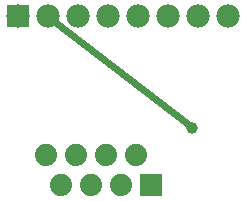
<source format=gtl>
G04 MADE WITH FRITZING*
G04 WWW.FRITZING.ORG*
G04 DOUBLE SIDED*
G04 HOLES PLATED*
G04 CONTOUR ON CENTER OF CONTOUR VECTOR*
%ASAXBY*%
%FSLAX23Y23*%
%MOIN*%
%OFA0B0*%
%SFA1.0B1.0*%
%ADD10C,0.074000*%
%ADD11C,0.078000*%
%ADD12C,0.039370*%
%ADD13R,0.078000X0.078000*%
%ADD14C,0.024000*%
%ADD15R,0.001000X0.001000*%
%LNCOPPER1*%
G90*
G70*
G54D10*
X323Y482D03*
X373Y382D03*
X423Y482D03*
X523Y482D03*
X623Y482D03*
X473Y382D03*
X573Y382D03*
X673Y382D03*
X323Y482D03*
X373Y382D03*
X423Y482D03*
X523Y482D03*
X623Y482D03*
X473Y382D03*
X573Y382D03*
X673Y382D03*
G54D11*
X227Y946D03*
X327Y946D03*
X427Y946D03*
X527Y946D03*
X627Y946D03*
X727Y946D03*
X827Y946D03*
X927Y946D03*
X227Y946D03*
X327Y946D03*
X427Y946D03*
X527Y946D03*
X627Y946D03*
X727Y946D03*
X827Y946D03*
X927Y946D03*
G54D12*
X810Y572D03*
G54D13*
X227Y946D03*
X227Y946D03*
G54D14*
X351Y927D02*
X795Y584D01*
G54D15*
X635Y420D02*
X708Y420D01*
X635Y419D02*
X708Y419D01*
X635Y418D02*
X708Y418D01*
X635Y417D02*
X708Y417D01*
X635Y416D02*
X708Y416D01*
X635Y415D02*
X708Y415D01*
X635Y414D02*
X708Y414D01*
X635Y413D02*
X708Y413D01*
X635Y412D02*
X708Y412D01*
X635Y411D02*
X708Y411D01*
X635Y410D02*
X708Y410D01*
X635Y409D02*
X708Y409D01*
X635Y408D02*
X708Y408D01*
X635Y407D02*
X708Y407D01*
X635Y406D02*
X708Y406D01*
X635Y405D02*
X708Y405D01*
X635Y404D02*
X708Y404D01*
X635Y403D02*
X671Y403D01*
X673Y403D02*
X708Y403D01*
X635Y402D02*
X665Y402D01*
X678Y402D02*
X708Y402D01*
X635Y401D02*
X663Y401D01*
X681Y401D02*
X708Y401D01*
X635Y400D02*
X661Y400D01*
X683Y400D02*
X708Y400D01*
X635Y399D02*
X660Y399D01*
X684Y399D02*
X708Y399D01*
X635Y398D02*
X658Y398D01*
X685Y398D02*
X708Y398D01*
X635Y397D02*
X657Y397D01*
X686Y397D02*
X708Y397D01*
X635Y396D02*
X656Y396D01*
X687Y396D02*
X708Y396D01*
X635Y395D02*
X656Y395D01*
X688Y395D02*
X708Y395D01*
X635Y394D02*
X655Y394D01*
X689Y394D02*
X708Y394D01*
X635Y393D02*
X654Y393D01*
X689Y393D02*
X708Y393D01*
X635Y392D02*
X654Y392D01*
X690Y392D02*
X708Y392D01*
X635Y391D02*
X653Y391D01*
X690Y391D02*
X708Y391D01*
X635Y390D02*
X653Y390D01*
X691Y390D02*
X708Y390D01*
X635Y389D02*
X653Y389D01*
X691Y389D02*
X708Y389D01*
X635Y388D02*
X652Y388D01*
X691Y388D02*
X708Y388D01*
X635Y387D02*
X652Y387D01*
X692Y387D02*
X708Y387D01*
X635Y386D02*
X652Y386D01*
X692Y386D02*
X708Y386D01*
X635Y385D02*
X652Y385D01*
X692Y385D02*
X708Y385D01*
X635Y384D02*
X652Y384D01*
X692Y384D02*
X708Y384D01*
X635Y383D02*
X652Y383D01*
X692Y383D02*
X708Y383D01*
X635Y382D02*
X652Y382D01*
X692Y382D02*
X708Y382D01*
X635Y381D02*
X652Y381D01*
X692Y381D02*
X708Y381D01*
X635Y380D02*
X652Y380D01*
X692Y380D02*
X708Y380D01*
X635Y379D02*
X652Y379D01*
X691Y379D02*
X708Y379D01*
X635Y378D02*
X652Y378D01*
X691Y378D02*
X708Y378D01*
X635Y377D02*
X653Y377D01*
X691Y377D02*
X708Y377D01*
X635Y376D02*
X653Y376D01*
X691Y376D02*
X708Y376D01*
X635Y375D02*
X654Y375D01*
X690Y375D02*
X708Y375D01*
X635Y374D02*
X654Y374D01*
X690Y374D02*
X708Y374D01*
X635Y373D02*
X655Y373D01*
X689Y373D02*
X708Y373D01*
X635Y372D02*
X655Y372D01*
X688Y372D02*
X708Y372D01*
X635Y371D02*
X656Y371D01*
X688Y371D02*
X708Y371D01*
X635Y370D02*
X657Y370D01*
X687Y370D02*
X708Y370D01*
X635Y369D02*
X658Y369D01*
X686Y369D02*
X708Y369D01*
X635Y368D02*
X659Y368D01*
X684Y368D02*
X708Y368D01*
X635Y367D02*
X660Y367D01*
X683Y367D02*
X708Y367D01*
X635Y366D02*
X662Y366D01*
X681Y366D02*
X708Y366D01*
X635Y365D02*
X664Y365D01*
X679Y365D02*
X708Y365D01*
X635Y364D02*
X668Y364D01*
X675Y364D02*
X708Y364D01*
X635Y363D02*
X708Y363D01*
X635Y362D02*
X708Y362D01*
X635Y361D02*
X708Y361D01*
X635Y360D02*
X708Y360D01*
X635Y359D02*
X708Y359D01*
X635Y358D02*
X708Y358D01*
X635Y357D02*
X708Y357D01*
X635Y356D02*
X708Y356D01*
X635Y355D02*
X708Y355D01*
X635Y354D02*
X708Y354D01*
X635Y353D02*
X708Y353D01*
X635Y352D02*
X708Y352D01*
X635Y351D02*
X708Y351D01*
X635Y350D02*
X708Y350D01*
X635Y349D02*
X708Y349D01*
X635Y348D02*
X708Y348D01*
X635Y347D02*
X708Y347D01*
D02*
G04 End of Copper1*
M02*
</source>
